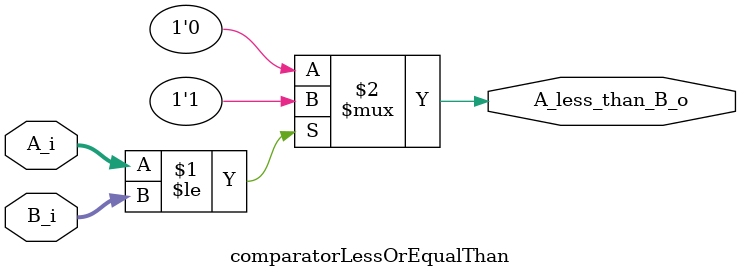
<source format=v>
module comparatorLessOrEqualThan
#(
   parameter DATA_WIDTH = 13
)(
	input [DATA_WIDTH-1:0]  A_i,
	input [DATA_WIDTH-1:0]  B_i, 
	output                  A_less_than_B_o
);

assign A_less_than_B_o = ( A_i <= B_i ) ? 1'b1 :  1'b0;

endmodule

</source>
